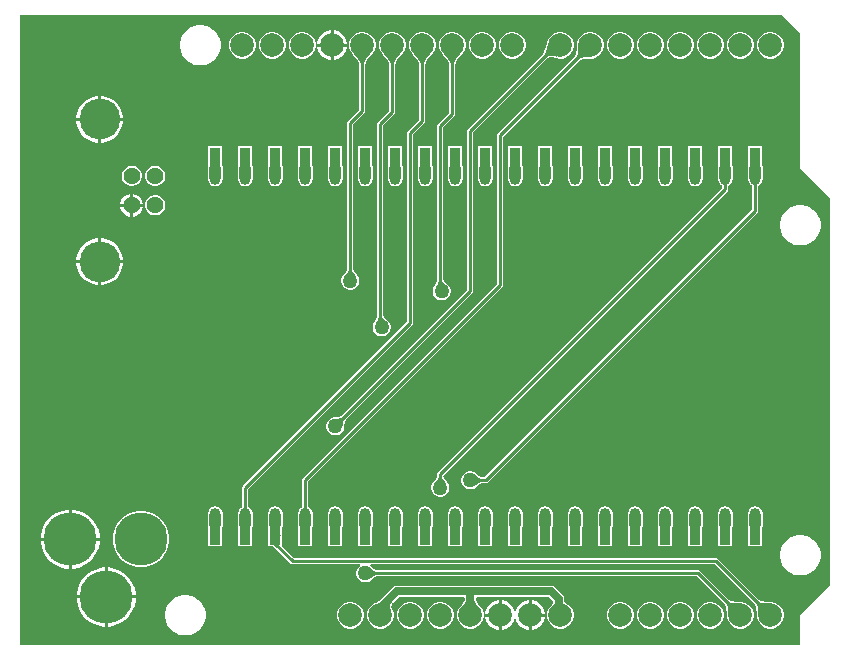
<source format=gbl>
%FSLAX66Y66*%
%MOIN*%
%SFA1B1*%

%IPPOS*%
%ADD12C,0.010000*%
%ADD20C,0.025000*%
%ADD21C,0.078740*%
%ADD22O,0.037400X0.078740*%
%ADD23R,0.035430X0.059060*%
%ADD24C,0.056340*%
%ADD25C,0.135830*%
%ADD26C,0.177170*%
%ADD27C,0.050000*%
%LNesp32-hwe-uno-1*%
%LPD*%
G36*
X2600000Y2040000D02*
Y1590000D01*
X2700000Y1490000*
Y200000*
X2600000Y100000*
Y0*
X0*
Y2100000*
X2540000*
X2600000Y2040000*
G37*
%LNesp32-hwe-uno-2*%
%LPC*%
G36*
X1046500Y2049370D02*
X1045000D01*
Y2005000*
X1089370*
Y2006500*
X1086010Y2019060*
X1079510Y2030310*
X1070310Y2039510*
X1059060Y2046010*
X1046500Y2049370*
G37*
G36*
X1035000D02*
X1033500D01*
X1020940Y2046010*
X1009690Y2039510*
X1000490Y2030310*
X993990Y2019060*
X990630Y2006500*
Y2005000*
X1035000*
Y2049370*
G37*
G36*
X2505840Y2044370D02*
X2494160D01*
X2482870Y2041350*
X2472760Y2035510*
X2464490Y2027240*
X2458650Y2017130*
X2455630Y2005840*
Y1994160*
X2458650Y1982870*
X2464490Y1972760*
X2472760Y1964490*
X2482870Y1958650*
X2494160Y1955630*
X2505840*
X2517130Y1958650*
X2527240Y1964490*
X2535510Y1972760*
X2541350Y1982870*
X2544370Y1994160*
Y2005840*
X2541350Y2017130*
X2535510Y2027240*
X2527240Y2035510*
X2517130Y2041350*
X2505840Y2044370*
G37*
G36*
X2405840D02*
X2394160D01*
X2382870Y2041350*
X2372760Y2035510*
X2364500Y2027240*
X2358650Y2017130*
X2355630Y2005840*
Y1994160*
X2358650Y1982870*
X2364500Y1972760*
X2372760Y1964490*
X2382870Y1958650*
X2394160Y1955630*
X2405840*
X2417130Y1958650*
X2427240Y1964490*
X2435500Y1972760*
X2441350Y1982870*
X2444370Y1994160*
Y2005840*
X2441350Y2017130*
X2435500Y2027240*
X2427240Y2035510*
X2417130Y2041350*
X2405840Y2044370*
G37*
G36*
X2305840D02*
X2294160D01*
X2282870Y2041350*
X2272760Y2035510*
X2264490Y2027240*
X2258650Y2017130*
X2255630Y2005840*
Y1994160*
X2258650Y1982870*
X2264490Y1972760*
X2272760Y1964490*
X2282870Y1958650*
X2294160Y1955630*
X2305840*
X2317130Y1958650*
X2327240Y1964490*
X2335510Y1972760*
X2341350Y1982870*
X2344370Y1994160*
Y2005840*
X2341350Y2017130*
X2335510Y2027240*
X2327240Y2035510*
X2317130Y2041350*
X2305840Y2044370*
G37*
G36*
X2205840D02*
X2194160D01*
X2182870Y2041350*
X2172760Y2035510*
X2164490Y2027240*
X2158650Y2017130*
X2155630Y2005840*
Y1994160*
X2158650Y1982870*
X2164490Y1972760*
X2172760Y1964490*
X2182870Y1958650*
X2194160Y1955630*
X2205840*
X2217130Y1958650*
X2227240Y1964490*
X2235510Y1972760*
X2241350Y1982870*
X2244370Y1994160*
Y2005840*
X2241350Y2017130*
X2235510Y2027240*
X2227240Y2035510*
X2217130Y2041350*
X2205840Y2044370*
G37*
G36*
X2105840D02*
X2094160D01*
X2082870Y2041350*
X2072760Y2035510*
X2064500Y2027240*
X2058650Y2017130*
X2055630Y2005840*
Y1994160*
X2058650Y1982870*
X2064500Y1972760*
X2072760Y1964490*
X2082870Y1958650*
X2094160Y1955630*
X2105840*
X2117130Y1958650*
X2127240Y1964490*
X2135500Y1972760*
X2141350Y1982870*
X2144370Y1994160*
Y2005840*
X2141350Y2017130*
X2135500Y2027240*
X2127240Y2035510*
X2117130Y2041350*
X2105840Y2044370*
G37*
G36*
X2005840D02*
X1994160D01*
X1982870Y2041350*
X1972760Y2035510*
X1964490Y2027240*
X1958650Y2017130*
X1955630Y2005840*
Y1994160*
X1958650Y1982870*
X1964490Y1972760*
X1972760Y1964490*
X1982870Y1958650*
X1994160Y1955630*
X2005840*
X2017130Y1958650*
X2027240Y1964490*
X2035510Y1972760*
X2041350Y1982870*
X2044370Y1994160*
Y2005840*
X2041350Y2017130*
X2035510Y2027240*
X2027240Y2035510*
X2017130Y2041350*
X2005840Y2044370*
G37*
G36*
X1805840D02*
X1794160D01*
X1782870Y2041350*
X1772760Y2035510*
X1764500Y2027240*
X1758650Y2017130*
X1757420Y2012510*
X1756770Y2011680*
Y2011670*
X1756760Y2011660*
X1754900Y2004870*
X1749780Y1988140*
X1746830Y1980130*
X1745550Y1977170*
X1744390Y1974880*
X1743450Y1973350*
X1742510Y1972200*
X1742400Y1971820*
X1492790Y1722210*
X1490580Y1718900*
X1489800Y1715000*
Y1184220*
X1071260Y765680*
X1070820Y765530*
X1069640Y764490*
X1068510Y763730*
X1067140Y763000*
X1065520Y762340*
X1063630Y761760*
X1061480Y761260*
X1059130Y760890*
X1053410Y760440*
X1050200Y760410*
X1049230Y760000*
X1046050*
X1038420Y757960*
X1031580Y754010*
X1025990Y748420*
X1022040Y741580*
X1020000Y733950*
Y726050*
X1022040Y718420*
X1025990Y711580*
X1031580Y705990*
X1038420Y702040*
X1046050Y700000*
X1053950*
X1061580Y702040*
X1068420Y705990*
X1074010Y711580*
X1077960Y718420*
X1080000Y726050*
Y729180*
X1080410Y730080*
X1080610Y736450*
X1080870Y739060*
X1081260Y741480*
X1081760Y743630*
X1082340Y745520*
X1083000Y747140*
X1083730Y748510*
X1084490Y749640*
X1085530Y750820*
X1085680Y751260*
X1507210Y1172790*
X1509420Y1176100*
X1510200Y1180000*
Y1710780*
X1754400Y1954980*
X1754420*
X1754490Y1955070*
X1754860Y1955440*
X1755270Y1955570*
X1757150Y1957160*
X1758970Y1958240*
X1761120Y1959100*
X1763660Y1959720*
X1766620Y1960080*
X1769990Y1960140*
X1773780Y1959870*
X1777970Y1959260*
X1782550Y1958310*
X1787630Y1956960*
X1788670Y1957100*
X1794160Y1955630*
X1805840*
X1817130Y1958650*
X1827240Y1964490*
X1835510Y1972760*
X1841350Y1982870*
X1844370Y1994160*
Y2005840*
X1841350Y2017130*
X1835510Y2027240*
X1827240Y2035510*
X1817130Y2041350*
X1805840Y2044370*
G37*
G36*
X1645840D02*
X1634160D01*
X1622870Y2041350*
X1612760Y2035510*
X1604500Y2027240*
X1598650Y2017130*
X1595630Y2005840*
Y1994160*
X1598650Y1982870*
X1604500Y1972760*
X1612760Y1964490*
X1622870Y1958650*
X1634160Y1955630*
X1645840*
X1657130Y1958650*
X1667240Y1964490*
X1675510Y1972760*
X1681350Y1982870*
X1684370Y1994160*
Y2005840*
X1681350Y2017130*
X1675510Y2027240*
X1667240Y2035510*
X1657130Y2041350*
X1645840Y2044370*
G37*
G36*
X1545840D02*
X1534160D01*
X1522870Y2041350*
X1512760Y2035510*
X1504500Y2027240*
X1498650Y2017130*
X1495630Y2005840*
Y1994160*
X1498650Y1982870*
X1504500Y1972760*
X1512760Y1964490*
X1522870Y1958650*
X1534160Y1955630*
X1545840*
X1557130Y1958650*
X1567240Y1964490*
X1575510Y1972760*
X1581350Y1982870*
X1584370Y1994160*
Y2005840*
X1581350Y2017130*
X1575510Y2027240*
X1567240Y2035510*
X1557130Y2041350*
X1545840Y2044370*
G37*
G36*
X945840D02*
X934160D01*
X922870Y2041350*
X912760Y2035510*
X904500Y2027240*
X898650Y2017130*
X895630Y2005840*
Y1994160*
X898650Y1982870*
X904500Y1972760*
X912760Y1964490*
X922870Y1958650*
X934160Y1955630*
X945840*
X957130Y1958650*
X967240Y1964490*
X975500Y1972760*
X981350Y1982870*
X984370Y1994160*
Y2005840*
X981350Y2017130*
X975500Y2027240*
X967240Y2035510*
X957130Y2041350*
X945840Y2044370*
G37*
G36*
X845840D02*
X834160D01*
X822870Y2041350*
X812760Y2035510*
X804490Y2027240*
X798650Y2017130*
X795630Y2005840*
Y1994160*
X798650Y1982870*
X804490Y1972760*
X812760Y1964490*
X822870Y1958650*
X834160Y1955630*
X845840*
X857130Y1958650*
X867240Y1964490*
X875500Y1972760*
X881350Y1982870*
X884370Y1994160*
Y2005840*
X881350Y2017130*
X875500Y2027240*
X867240Y2035510*
X857130Y2041350*
X845840Y2044370*
G37*
G36*
X745840D02*
X734160D01*
X722870Y2041350*
X712760Y2035510*
X704500Y2027240*
X698650Y2017130*
X695630Y2005840*
Y1994160*
X698650Y1982870*
X704500Y1972760*
X712760Y1964490*
X722870Y1958650*
X734160Y1955630*
X745840*
X757130Y1958650*
X767240Y1964490*
X775510Y1972760*
X781350Y1982870*
X784370Y1994160*
Y2005840*
X781350Y2017130*
X775510Y2027240*
X767240Y2035510*
X757130Y2041350*
X745840Y2044370*
G37*
G36*
X1089370Y1995000D02*
X1045000D01*
Y1950630*
X1046500*
X1059060Y1953990*
X1070310Y1960490*
X1079510Y1969690*
X1086010Y1980940*
X1089370Y1993500*
Y1995000*
G37*
G36*
X1035000D02*
X990630D01*
Y1993500*
X993990Y1980940*
X1000490Y1969690*
X1009690Y1960490*
X1020940Y1953990*
X1033500Y1950630*
X1035000*
Y1995000*
G37*
G36*
X606650Y2067500D02*
X593350D01*
X580310Y2064910*
X568030Y2059820*
X556970Y2052430*
X547570Y2043030*
X540180Y2031970*
X535090Y2019690*
X532500Y2006650*
Y1993350*
X535090Y1980310*
X540180Y1968030*
X547570Y1956970*
X556970Y1947570*
X568030Y1940180*
X580310Y1935090*
X593350Y1932500*
X606650*
X619690Y1935090*
X631970Y1940180*
X643030Y1947570*
X652430Y1956970*
X659820Y1968030*
X664910Y1980310*
X667500Y1993350*
Y2006650*
X664910Y2019690*
X659820Y2031970*
X652430Y2043030*
X643030Y2052430*
X631970Y2059820*
X619690Y2064910*
X606650Y2067500*
G37*
G36*
X272240Y1830710D02*
X269570D01*
Y1757790*
X342480*
Y1760470*
X339490Y1775520*
X333610Y1789700*
X325090Y1802460*
X314230Y1813320*
X301470Y1821840*
X287290Y1827720*
X272240Y1830710*
G37*
G36*
X259570D02*
X256890D01*
X241840Y1827720*
X227660Y1821840*
X214900Y1813320*
X204050Y1802460*
X195520Y1789700*
X189650Y1775520*
X186650Y1760470*
Y1757790*
X259570*
Y1830710*
G37*
G36*
X342480Y1747790D02*
X269570D01*
Y1674880*
X272240*
X287290Y1677880*
X301470Y1683750*
X314230Y1692280*
X325090Y1703130*
X333610Y1715890*
X339490Y1730070*
X342480Y1745120*
Y1747790*
G37*
G36*
X259570D02*
X186650D01*
Y1745120*
X189650Y1730070*
X195520Y1715890*
X204050Y1703130*
X214900Y1692280*
X227660Y1683750*
X241840Y1677880*
X256890Y1674880*
X259570*
Y1747790*
G37*
G36*
X454370Y1598170D02*
X445630D01*
X437200Y1595910*
X429630Y1591540*
X423460Y1585370*
X419090Y1577800*
X416830Y1569370*
Y1560630*
X419090Y1552200*
X423460Y1544630*
X429630Y1538460*
X437200Y1534090*
X445630Y1531830*
X454370*
X462800Y1534090*
X470370Y1538460*
X476540Y1544630*
X480910Y1552200*
X483170Y1560630*
Y1569370*
X480910Y1577800*
X476540Y1585370*
X470370Y1591540*
X462800Y1595910*
X454370Y1598170*
G37*
G36*
X375630D02*
X366890D01*
X358460Y1595910*
X350890Y1591540*
X344720Y1585370*
X340350Y1577800*
X338090Y1569370*
Y1560630*
X340350Y1552200*
X344720Y1544630*
X350890Y1538460*
X358460Y1534090*
X366890Y1531830*
X375630*
X384060Y1534090*
X391630Y1538460*
X397800Y1544630*
X402170Y1552200*
X404430Y1560630*
Y1569370*
X402170Y1577800*
X397800Y1585370*
X391630Y1591540*
X384060Y1595910*
X375630Y1598170*
G37*
G36*
X2272720Y1662480D02*
X2227280D01*
Y1602750*
X2225840Y1595470*
Y1554130*
X2227670Y1544890*
X2232910Y1537050*
X2240750Y1531810*
X2250000Y1529970*
X2259250Y1531810*
X2267090Y1537050*
X2272330Y1544890*
X2274160Y1554130*
Y1595470*
X2272720Y1602750*
Y1662480*
G37*
G36*
X2172720D02*
X2127280D01*
Y1602750*
X2125830Y1595470*
Y1554130*
X2127670Y1544890*
X2132910Y1537050*
X2140750Y1531810*
X2150000Y1529970*
X2159250Y1531810*
X2167090Y1537050*
X2172330Y1544890*
X2174170Y1554130*
Y1595470*
X2172720Y1602750*
Y1662480*
G37*
G36*
X2072720D02*
X2027280D01*
Y1602750*
X2025840Y1595470*
Y1554130*
X2027670Y1544890*
X2032910Y1537050*
X2040750Y1531810*
X2050000Y1529970*
X2059250Y1531810*
X2067090Y1537050*
X2072330Y1544890*
X2074170Y1554130*
Y1595470*
X2072720Y1602750*
Y1662480*
G37*
G36*
X1972720D02*
X1927280D01*
Y1602750*
X1925840Y1595470*
Y1554130*
X1927670Y1544890*
X1932910Y1537050*
X1940750Y1531810*
X1950000Y1529970*
X1959250Y1531810*
X1967090Y1537050*
X1972330Y1544890*
X1974160Y1554130*
Y1595470*
X1972720Y1602750*
Y1662480*
G37*
G36*
X1872720D02*
X1827280D01*
Y1602750*
X1825830Y1595470*
Y1554130*
X1827670Y1544890*
X1832910Y1537050*
X1840750Y1531810*
X1850000Y1529970*
X1859250Y1531810*
X1867090Y1537050*
X1872330Y1544890*
X1874170Y1554130*
Y1595470*
X1872720Y1602750*
Y1662480*
G37*
G36*
X1772720D02*
X1727280D01*
Y1602750*
X1725830Y1595470*
Y1554130*
X1727670Y1544890*
X1732910Y1537050*
X1740750Y1531810*
X1750000Y1529970*
X1759250Y1531810*
X1767090Y1537050*
X1772330Y1544890*
X1774170Y1554130*
Y1595470*
X1772720Y1602750*
Y1662480*
G37*
G36*
X1672720D02*
X1627280D01*
Y1602750*
X1625830Y1595470*
Y1554130*
X1627670Y1544890*
X1632910Y1537050*
X1640750Y1531810*
X1650000Y1529970*
X1659250Y1531810*
X1667090Y1537050*
X1672330Y1544890*
X1674170Y1554130*
Y1595470*
X1672720Y1602750*
Y1662480*
G37*
G36*
X1572720D02*
X1527280D01*
Y1602750*
X1525840Y1595470*
Y1554130*
X1527670Y1544890*
X1532910Y1537050*
X1540750Y1531810*
X1550000Y1529970*
X1559250Y1531810*
X1567090Y1537050*
X1572330Y1544890*
X1574160Y1554130*
Y1595470*
X1572720Y1602750*
Y1662480*
G37*
G36*
X1472720D02*
X1427280D01*
Y1602750*
X1425840Y1595470*
Y1554130*
X1427670Y1544890*
X1432910Y1537050*
X1440750Y1531810*
X1450000Y1529970*
X1459250Y1531810*
X1467090Y1537050*
X1472330Y1544890*
X1474160Y1554130*
Y1595470*
X1472720Y1602750*
Y1662480*
G37*
G36*
X1372720D02*
X1327280D01*
Y1602750*
X1325830Y1595470*
Y1554130*
X1327670Y1544890*
X1332910Y1537050*
X1340750Y1531810*
X1350000Y1529970*
X1359250Y1531810*
X1367090Y1537050*
X1372330Y1544890*
X1374170Y1554130*
Y1595470*
X1372720Y1602750*
Y1662480*
G37*
G36*
X1272720D02*
X1227280D01*
Y1602750*
X1225830Y1595470*
Y1554130*
X1227670Y1544890*
X1232910Y1537050*
X1240750Y1531810*
X1250000Y1529970*
X1259250Y1531810*
X1267090Y1537050*
X1272330Y1544890*
X1274170Y1554130*
Y1595470*
X1272720Y1602750*
Y1662480*
G37*
G36*
X1172720D02*
X1127280D01*
Y1602750*
X1125830Y1595470*
Y1554130*
X1127670Y1544890*
X1132910Y1537050*
X1140750Y1531810*
X1150000Y1529970*
X1159250Y1531810*
X1167090Y1537050*
X1172330Y1544890*
X1174170Y1554130*
Y1595470*
X1172720Y1602750*
Y1662480*
G37*
G36*
X1072720D02*
X1027280D01*
Y1602750*
X1025840Y1595470*
Y1554130*
X1027670Y1544890*
X1032910Y1537050*
X1040750Y1531810*
X1050000Y1529970*
X1059250Y1531810*
X1067090Y1537050*
X1072330Y1544890*
X1074160Y1554130*
Y1595470*
X1072720Y1602750*
Y1662480*
G37*
G36*
X972720D02*
X927280D01*
Y1602750*
X925840Y1595470*
Y1554130*
X927670Y1544890*
X932910Y1537050*
X940750Y1531810*
X950000Y1529970*
X959250Y1531810*
X967090Y1537050*
X972330Y1544890*
X974170Y1554130*
Y1595470*
X972720Y1602750*
Y1662480*
G37*
G36*
X872720D02*
X827280D01*
Y1602750*
X825830Y1595470*
Y1554130*
X827670Y1544890*
X832910Y1537050*
X840750Y1531810*
X850000Y1529970*
X859250Y1531810*
X867090Y1537050*
X872330Y1544890*
X874160Y1554130*
Y1595470*
X872720Y1602750*
Y1662480*
G37*
G36*
X772720D02*
X727280D01*
Y1602750*
X725840Y1595470*
Y1554130*
X727670Y1544890*
X732910Y1537050*
X740750Y1531810*
X750000Y1529970*
X759250Y1531810*
X767090Y1537050*
X772330Y1544890*
X774160Y1554130*
Y1595470*
X772720Y1602750*
Y1662480*
G37*
G36*
X672720D02*
X627280D01*
Y1602750*
X625840Y1595470*
Y1554130*
X627670Y1544890*
X632910Y1537050*
X640750Y1531810*
X650000Y1529970*
X659250Y1531810*
X667090Y1537050*
X672330Y1544890*
X674170Y1554130*
Y1595470*
X672720Y1602750*
Y1662480*
G37*
G36*
X376280Y1504740D02*
X376260D01*
Y1471580*
X409430*
Y1471600*
X406830Y1481310*
X401800Y1490010*
X394700Y1497120*
X385990Y1502140*
X376280Y1504740*
G37*
G36*
X366260D02*
X366230D01*
X356530Y1502140*
X347820Y1497120*
X340720Y1490010*
X335690Y1481310*
X333090Y1471600*
Y1471580*
X366260*
Y1504740*
G37*
G36*
X454370Y1499740D02*
X445630D01*
X437200Y1497480*
X429630Y1493120*
X423460Y1486940*
X419090Y1479380*
X416830Y1470940*
Y1462210*
X419090Y1453770*
X423460Y1446210*
X429630Y1440030*
X437200Y1435670*
X445630Y1433410*
X454370*
X462800Y1435670*
X470370Y1440030*
X476540Y1446210*
X480910Y1453770*
X483170Y1462210*
Y1470940*
X480910Y1479380*
X476540Y1486940*
X470370Y1493120*
X462800Y1497480*
X454370Y1499740*
G37*
G36*
X409430Y1461580D02*
X376260D01*
Y1428410*
X376280*
X385990Y1431010*
X394700Y1436030*
X401800Y1443140*
X406830Y1451840*
X409430Y1461550*
Y1461580*
G37*
G36*
X366260D02*
X333090D01*
Y1461550*
X335690Y1451840*
X340720Y1443140*
X347820Y1436030*
X356530Y1431010*
X366230Y1428410*
X366260*
Y1461580*
G37*
G36*
X2606650Y1467500D02*
X2593350D01*
X2580310Y1464910*
X2568030Y1459820*
X2556970Y1452430*
X2547570Y1443030*
X2540180Y1431970*
X2535090Y1419690*
X2532500Y1406650*
Y1393350*
X2535090Y1380310*
X2540180Y1368030*
X2547570Y1356970*
X2556970Y1347570*
X2568030Y1340180*
X2580310Y1335090*
X2593350Y1332500*
X2606650*
X2619690Y1335090*
X2631970Y1340180*
X2643030Y1347570*
X2652430Y1356970*
X2659820Y1368030*
X2664910Y1380310*
X2667500Y1393350*
Y1406650*
X2664910Y1419690*
X2659820Y1431970*
X2652430Y1443030*
X2643030Y1452430*
X2631970Y1459820*
X2619690Y1464910*
X2606650Y1467500*
G37*
G36*
X272240Y1356690D02*
X269570D01*
Y1283780*
X342480*
Y1286450*
X339490Y1301510*
X333610Y1315690*
X325090Y1328450*
X314230Y1339300*
X301470Y1347830*
X287290Y1353700*
X272240Y1356690*
G37*
G36*
X259570D02*
X256890D01*
X241840Y1353700*
X227660Y1347830*
X214900Y1339300*
X204050Y1328450*
X195520Y1315690*
X189650Y1301510*
X186650Y1286450*
Y1283780*
X259570*
Y1356690*
G37*
G36*
X342480Y1273780D02*
X269570D01*
Y1200870*
X272240*
X287290Y1203860*
X301470Y1209730*
X314230Y1218260*
X325090Y1229110*
X333610Y1241870*
X339490Y1256050*
X342480Y1271110*
Y1273780*
G37*
G36*
X259570D02*
X186650D01*
Y1271110*
X189650Y1256050*
X195520Y1241870*
X204050Y1229110*
X214900Y1218260*
X227660Y1209730*
X241840Y1203860*
X256890Y1200870*
X259570*
Y1273780*
G37*
G36*
X1145840Y2044370D02*
X1134160D01*
X1122870Y2041350*
X1112760Y2035510*
X1104500Y2027240*
X1098650Y2017130*
X1095630Y2005840*
Y1994160*
X1098650Y1982870*
X1104500Y1972760*
X1108200Y1969060*
X1108600Y1968080*
X1112780Y1963850*
X1119790Y1956010*
X1122530Y1952520*
X1124820Y1949240*
X1126640Y1946220*
X1128010Y1943490*
X1128920Y1941080*
X1129420Y1939030*
X1129610Y1936860*
X1129800Y1936480*
Y1784920*
X1092790Y1747910*
X1090580Y1744600*
X1089800Y1740700*
Y1255260*
X1089600Y1254850*
X1089500Y1253280*
X1089240Y1251940*
X1088780Y1250460*
X1088100Y1248840*
X1087180Y1247090*
X1086010Y1245220*
X1084620Y1243300*
X1080880Y1238930*
X1078640Y1236640*
X1078240Y1235670*
X1075990Y1233420*
X1072040Y1226580*
X1070000Y1218950*
Y1211050*
X1072040Y1203420*
X1075990Y1196580*
X1081580Y1190990*
X1088420Y1187040*
X1096050Y1185000*
X1103950*
X1111580Y1187040*
X1118420Y1190990*
X1124010Y1196580*
X1127960Y1203420*
X1130000Y1211050*
Y1218950*
X1127960Y1226580*
X1124010Y1233420*
X1121800Y1235630*
X1121440Y1236560*
X1117080Y1241200*
X1115420Y1243240*
X1113990Y1245220*
X1112820Y1247090*
X1111900Y1248840*
X1111220Y1250460*
X1110760Y1251940*
X1110500Y1253280*
X1110400Y1254850*
X1110200Y1255260*
Y1736480*
X1147210Y1773490*
X1149420Y1776800*
X1150200Y1780700*
Y1936480*
X1150390Y1936860*
X1150580Y1939030*
X1151080Y1941080*
X1151990Y1943490*
X1153360Y1946220*
X1155180Y1949240*
X1157400Y1952420*
X1167250Y1963890*
X1171400Y1968080*
X1171810Y1969060*
X1175510Y1972760*
X1181350Y1982870*
X1184370Y1994160*
Y2005840*
X1181350Y2017130*
X1175510Y2027240*
X1167240Y2035510*
X1157130Y2041350*
X1145840Y2044370*
G37*
G36*
X1445840D02*
X1434160D01*
X1422870Y2041350*
X1412760Y2035510*
X1404500Y2027240*
X1398650Y2017130*
X1395630Y2005840*
Y1994160*
X1398650Y1982870*
X1404500Y1972760*
X1408200Y1969060*
X1408600Y1968080*
X1412790Y1963850*
X1419790Y1956010*
X1422530Y1952520*
X1424820Y1949240*
X1426650Y1946220*
X1428010Y1943490*
X1428920Y1941080*
X1429420Y1939030*
X1429610Y1936860*
X1429800Y1936480*
Y1774220*
X1392790Y1737210*
X1390580Y1733900*
X1389800Y1730000*
Y1218670*
X1389600Y1218260*
X1389510Y1216860*
X1389280Y1215550*
X1388880Y1214050*
X1387340Y1210040*
X1386350Y1207960*
X1381710Y1199930*
X1379760Y1196970*
X1379570Y1195950*
X1377040Y1191580*
X1375000Y1183950*
Y1176050*
X1377040Y1168420*
X1380990Y1161580*
X1386580Y1155990*
X1393420Y1152040*
X1401050Y1150000*
X1408950*
X1416580Y1152040*
X1423420Y1155990*
X1429010Y1161580*
X1432960Y1168420*
X1435000Y1176050*
Y1183950*
X1432960Y1191580*
X1429010Y1198420*
X1423420Y1204010*
X1422080Y1204780*
X1421640Y1205450*
X1419190Y1207130*
X1417160Y1208710*
X1415430Y1210280*
X1413980Y1211800*
X1412810Y1213280*
X1411900Y1214700*
X1411230Y1216070*
X1410780Y1217390*
X1410510Y1218690*
X1410400Y1220360*
X1410220Y1220720*
X1410300Y1221110*
X1410200Y1221250*
Y1725780*
X1447210Y1762790*
X1449420Y1766100*
X1450200Y1770000*
Y1936480*
X1450390Y1936860*
X1450580Y1939030*
X1451080Y1941080*
X1451990Y1943490*
X1453350Y1946220*
X1455180Y1949240*
X1457400Y1952420*
X1467250Y1963890*
X1471400Y1968080*
X1471800Y1969060*
X1475500Y1972760*
X1481350Y1982870*
X1484370Y1994160*
Y2005840*
X1481350Y2017130*
X1475500Y2027240*
X1467240Y2035510*
X1457130Y2041350*
X1445840Y2044370*
G37*
G36*
X1245840D02*
X1234160D01*
X1222870Y2041350*
X1212760Y2035510*
X1204490Y2027240*
X1198650Y2017130*
X1195630Y2005840*
Y1994160*
X1198650Y1982870*
X1204490Y1972760*
X1208200Y1969060*
X1208600Y1968080*
X1212790Y1963850*
X1219790Y1956010*
X1222530Y1952520*
X1224820Y1949240*
X1226640Y1946220*
X1228010Y1943490*
X1228920Y1941080*
X1229420Y1939030*
X1229610Y1936860*
X1229800Y1936480*
Y1782420*
X1192790Y1745410*
X1190580Y1742100*
X1189800Y1738200*
Y1098670*
X1189600Y1098260*
X1189510Y1096860*
X1189280Y1095550*
X1188880Y1094050*
X1187340Y1090040*
X1186350Y1087960*
X1181710Y1079930*
X1179760Y1076970*
X1179570Y1075950*
X1177040Y1071580*
X1175000Y1063950*
Y1056050*
X1177040Y1048420*
X1180990Y1041580*
X1186580Y1035990*
X1193420Y1032040*
X1201050Y1030000*
X1208950*
X1216580Y1032040*
X1223420Y1035990*
X1229010Y1041580*
X1232960Y1048420*
X1235000Y1056050*
Y1063950*
X1232960Y1071580*
X1229010Y1078420*
X1223420Y1084010*
X1222080Y1084780*
X1221640Y1085450*
X1219190Y1087130*
X1217160Y1088710*
X1215430Y1090280*
X1213980Y1091800*
X1212810Y1093280*
X1211900Y1094700*
X1211230Y1096070*
X1210780Y1097390*
X1210510Y1098690*
X1210400Y1100360*
X1210220Y1100720*
X1210300Y1101110*
X1210200Y1101260*
Y1733980*
X1247210Y1770990*
X1249420Y1774300*
X1250200Y1778200*
Y1936480*
X1250390Y1936860*
X1250580Y1939030*
X1251080Y1941080*
X1251990Y1943490*
X1253360Y1946220*
X1255180Y1949240*
X1257400Y1952420*
X1267250Y1963890*
X1271400Y1968080*
X1271810Y1969060*
X1275500Y1972760*
X1281350Y1982870*
X1284370Y1994160*
Y2005840*
X1281350Y2017130*
X1275500Y2027240*
X1267240Y2035510*
X1257130Y2041350*
X1245840Y2044370*
G37*
G36*
X2472720Y1662480D02*
X2427280D01*
Y1602750*
X2425830Y1595470*
Y1554130*
X2427670Y1544890*
X2432910Y1537050*
X2436150Y1534880*
X2436250Y1534650*
X2436890Y1534390*
X2438820Y1533100*
X2438980Y1532610*
X2439200Y1531570*
X2439540Y1528120*
X2439590Y1525980*
X2439800Y1525490*
Y1452560*
X1547440Y560200*
X1540260*
X1539850Y560400*
X1538280Y560500*
X1536940Y560760*
X1535460Y561220*
X1533840Y561900*
X1532090Y562820*
X1530220Y563990*
X1528300Y565380*
X1523930Y569120*
X1521640Y571360*
X1520670Y571760*
X1518420Y574010*
X1511580Y577960*
X1503950Y580000*
X1496050*
X1488420Y577960*
X1481580Y574010*
X1475990Y568420*
X1472040Y561580*
X1470000Y553950*
Y546050*
X1472040Y538420*
X1475990Y531580*
X1481580Y525990*
X1488420Y522040*
X1496050Y520000*
X1503950*
X1511580Y522040*
X1518420Y525990*
X1520630Y528200*
X1521560Y528560*
X1526200Y532920*
X1528240Y534580*
X1530220Y536010*
X1532090Y537180*
X1533840Y538100*
X1535460Y538780*
X1536940Y539240*
X1538280Y539500*
X1539850Y539600*
X1540260Y539800*
X1551660*
X1555560Y540580*
X1558870Y542790*
X2457210Y1441130*
X2459420Y1444440*
X2460200Y1448340*
Y1525490*
X2460410Y1525980*
X2460460Y1528200*
X2460580Y1530010*
X2460780Y1531490*
X2461020Y1532610*
X2461180Y1533100*
X2463110Y1534390*
X2463750Y1534650*
X2463850Y1534880*
X2467090Y1537050*
X2472330Y1544890*
X2474160Y1554130*
Y1595470*
X2472720Y1602750*
Y1662480*
G37*
G36*
X2372720D02*
X2327280D01*
Y1602750*
X2325830Y1595470*
Y1554130*
X2327670Y1544890*
X2332910Y1537050*
X2336150Y1534880*
X2336250Y1534650*
X2336890Y1534390*
X2338820Y1533100*
X2338980Y1532610*
X2339200Y1531570*
X2339540Y1528120*
X2339590Y1525980*
X2339800Y1525490*
Y1523550*
X1392790Y576540*
X1390580Y573230*
X1389800Y569330*
Y565260*
X1389600Y564850*
X1389500Y563270*
X1389240Y561940*
X1388780Y560460*
X1388100Y558840*
X1387180Y557090*
X1386010Y555220*
X1384620Y553300*
X1380880Y548930*
X1378640Y546640*
X1378240Y545670*
X1375990Y543420*
X1372040Y536580*
X1370000Y528950*
Y521050*
X1372040Y513420*
X1375990Y506580*
X1381580Y500990*
X1388420Y497040*
X1396050Y495000*
X1403950*
X1411580Y497040*
X1418420Y500990*
X1424010Y506580*
X1427960Y513420*
X1430000Y521050*
Y528950*
X1427960Y536580*
X1424010Y543420*
X1421800Y545630*
X1421440Y546560*
X1417080Y551200*
X1415420Y553240*
X1413990Y555220*
X1412820Y557090*
X1411900Y558840*
X1411220Y560460*
X1410760Y561940*
X1410500Y563270*
X1410400Y564850*
X1410250Y565160*
X2357210Y1512120*
X2359420Y1515430*
X2360200Y1519330*
Y1525490*
X2360410Y1525980*
X2360460Y1528200*
X2360580Y1530010*
X2360780Y1531490*
X2361020Y1532610*
X2361180Y1533100*
X2363110Y1534390*
X2363750Y1534650*
X2363850Y1534880*
X2367090Y1537050*
X2372330Y1544890*
X2374170Y1554130*
Y1595470*
X2372720Y1602750*
Y1662480*
G37*
G36*
X176250Y452320D02*
X171540D01*
Y358740*
X265120*
Y363450*
X261330Y382500*
X253900Y400440*
X243110Y416580*
X229380Y430310*
X213230Y441100*
X195290Y448530*
X176250Y452320*
G37*
G36*
X161530D02*
X156830D01*
X137780Y448530*
X119840Y441100*
X103690Y430310*
X89960Y416580*
X79170Y400440*
X71740Y382500*
X67950Y363450*
Y358740*
X161530*
Y452320*
G37*
G36*
X2450000Y463500D02*
X2440750Y461660D01*
X2432910Y456420*
X2427670Y448580*
X2425830Y439330*
Y397990*
X2427280Y390710*
Y330980*
X2472720*
Y390710*
X2474160Y397990*
Y439330*
X2472330Y448580*
X2467090Y456420*
X2459250Y461660*
X2450000Y463500*
G37*
G36*
X2350000D02*
X2340750Y461660D01*
X2332910Y456420*
X2327670Y448580*
X2325830Y439330*
Y397990*
X2327280Y390710*
Y330980*
X2372720*
Y390710*
X2374170Y397990*
Y439330*
X2372330Y448580*
X2367090Y456420*
X2359250Y461660*
X2350000Y463500*
G37*
G36*
X2250000D02*
X2240750Y461660D01*
X2232910Y456420*
X2227670Y448580*
X2225840Y439330*
Y397990*
X2227280Y390710*
Y330980*
X2272720*
Y390710*
X2274160Y397990*
Y439330*
X2272330Y448580*
X2267090Y456420*
X2259250Y461660*
X2250000Y463500*
G37*
G36*
X2150000D02*
X2140750Y461660D01*
X2132910Y456420*
X2127670Y448580*
X2125830Y439330*
Y397990*
X2127280Y390710*
Y330980*
X2172720*
Y390710*
X2174170Y397990*
Y439330*
X2172330Y448580*
X2167090Y456420*
X2159250Y461660*
X2150000Y463500*
G37*
G36*
X2050000D02*
X2040750Y461660D01*
X2032910Y456420*
X2027670Y448580*
X2025840Y439330*
Y397990*
X2027280Y390710*
Y330980*
X2072720*
Y390710*
X2074170Y397990*
Y439330*
X2072330Y448580*
X2067090Y456420*
X2059250Y461660*
X2050000Y463500*
G37*
G36*
X1950000D02*
X1940750Y461660D01*
X1932910Y456420*
X1927670Y448580*
X1925840Y439330*
Y397990*
X1927280Y390710*
Y330980*
X1972720*
Y390710*
X1974160Y397990*
Y439330*
X1972330Y448580*
X1967090Y456420*
X1959250Y461660*
X1950000Y463500*
G37*
G36*
X1850000D02*
X1840750Y461660D01*
X1832910Y456420*
X1827670Y448580*
X1825830Y439330*
Y397990*
X1827280Y390710*
Y330980*
X1872720*
Y390710*
X1874170Y397990*
Y439330*
X1872330Y448580*
X1867090Y456420*
X1859250Y461660*
X1850000Y463500*
G37*
G36*
X1750000D02*
X1740750Y461660D01*
X1732910Y456420*
X1727670Y448580*
X1725830Y439330*
Y397990*
X1727280Y390710*
Y330980*
X1772720*
Y390710*
X1774170Y397990*
Y439330*
X1772330Y448580*
X1767090Y456420*
X1759250Y461660*
X1750000Y463500*
G37*
G36*
X1650000D02*
X1640750Y461660D01*
X1632910Y456420*
X1627670Y448580*
X1625830Y439330*
Y397990*
X1627280Y390710*
Y330980*
X1672720*
Y390710*
X1674170Y397990*
Y439330*
X1672330Y448580*
X1667090Y456420*
X1659250Y461660*
X1650000Y463500*
G37*
G36*
X1550000D02*
X1540750Y461660D01*
X1532910Y456420*
X1527670Y448580*
X1525840Y439330*
Y397990*
X1527280Y390710*
Y330980*
X1572720*
Y390710*
X1574160Y397990*
Y439330*
X1572330Y448580*
X1567090Y456420*
X1559250Y461660*
X1550000Y463500*
G37*
G36*
X1450000D02*
X1440750Y461660D01*
X1432910Y456420*
X1427670Y448580*
X1425840Y439330*
Y397990*
X1427280Y390710*
Y330980*
X1472720*
Y390710*
X1474160Y397990*
Y439330*
X1472330Y448580*
X1467090Y456420*
X1459250Y461660*
X1450000Y463500*
G37*
G36*
X1350000D02*
X1340750Y461660D01*
X1332910Y456420*
X1327670Y448580*
X1325830Y439330*
Y397990*
X1327280Y390710*
Y330980*
X1372720*
Y390710*
X1374170Y397990*
Y439330*
X1372330Y448580*
X1367090Y456420*
X1359250Y461660*
X1350000Y463500*
G37*
G36*
X1250000D02*
X1240750Y461660D01*
X1232910Y456420*
X1227670Y448580*
X1225830Y439330*
Y397990*
X1227280Y390710*
Y330980*
X1272720*
Y390710*
X1274170Y397990*
Y439330*
X1272330Y448580*
X1267090Y456420*
X1259250Y461660*
X1250000Y463500*
G37*
G36*
X1150000D02*
X1140750Y461660D01*
X1132910Y456420*
X1127670Y448580*
X1125830Y439330*
Y397990*
X1127280Y390710*
Y330980*
X1172720*
Y390710*
X1174170Y397990*
Y439330*
X1172330Y448580*
X1167090Y456420*
X1159250Y461660*
X1150000Y463500*
G37*
G36*
X1050000D02*
X1040750Y461660D01*
X1032910Y456420*
X1027670Y448580*
X1025840Y439330*
Y397990*
X1027280Y390710*
Y330980*
X1072720*
Y390710*
X1074160Y397990*
Y439330*
X1072330Y448580*
X1067090Y456420*
X1059250Y461660*
X1050000Y463500*
G37*
G36*
X1905840Y2044370D02*
X1894160D01*
X1882870Y2041350*
X1872760Y2035510*
X1864500Y2027240*
X1858650Y2017130*
X1855630Y2005840*
Y2000610*
X1855220Y1999630*
Y1999610*
X1855190Y1993680*
X1854610Y1983180*
X1854070Y1978780*
X1853370Y1974840*
X1852530Y1971410*
X1851560Y1968520*
X1850500Y1966180*
X1849410Y1964370*
X1848000Y1962700*
X1847870Y1962290*
X1592790Y1707210*
X1590580Y1703900*
X1589800Y1700000*
Y1204220*
X942790Y557210*
X940580Y553900*
X939800Y550000*
Y467970*
X939590Y467490*
X939540Y465260*
X939420Y463460*
X939220Y461980*
X938980Y460850*
X938820Y460370*
X936890Y459080*
X936250Y458810*
X936150Y458580*
X932910Y456420*
X927670Y448580*
X925840Y439330*
Y397990*
X927280Y390710*
Y330980*
X972720*
Y390710*
X974170Y397990*
Y439330*
X972330Y448580*
X967090Y456420*
X963850Y458580*
X963750Y458810*
X963110Y459080*
X961180Y460370*
X961020Y460850*
X960800Y461890*
X960460Y465340*
X960410Y467490*
X960200Y467970*
Y545780*
X1607210Y1192790*
X1609420Y1196100*
X1610200Y1200000*
Y1695780*
X1862290Y1947880*
X1862700Y1948000*
X1864370Y1949410*
X1866180Y1950510*
X1868520Y1951560*
X1871410Y1952530*
X1874840Y1953370*
X1878660Y1954050*
X1893740Y1955190*
X1899630Y1955220*
X1900610Y1955630*
X1905840*
X1917130Y1958650*
X1927240Y1964490*
X1935510Y1972760*
X1941350Y1982870*
X1944370Y1994160*
Y2005840*
X1941350Y2017130*
X1935510Y2027240*
X1927240Y2035510*
X1917130Y2041350*
X1905840Y2044370*
G37*
G36*
X1345840D02*
X1334160D01*
X1322870Y2041350*
X1312760Y2035510*
X1304490Y2027240*
X1298650Y2017130*
X1295630Y2005840*
Y1994160*
X1298650Y1982870*
X1304490Y1972760*
X1308200Y1969060*
X1308600Y1968080*
X1312790Y1963850*
X1319790Y1956010*
X1322530Y1952520*
X1324820Y1949240*
X1326650Y1946220*
X1328010Y1943490*
X1328920Y1941080*
X1329420Y1939030*
X1329610Y1936860*
X1329800Y1936480*
Y1752420*
X1292790Y1715410*
X1290580Y1712100*
X1289800Y1708200*
Y1079220*
X742790Y532210*
X740580Y528900*
X739800Y525000*
Y467970*
X739590Y467490*
X739540Y465260*
X739420Y463460*
X739220Y461980*
X738980Y460850*
X738820Y460370*
X736890Y459080*
X736250Y458810*
X736150Y458580*
X732910Y456420*
X727670Y448580*
X725840Y439330*
Y397990*
X727280Y390710*
Y330980*
X772720*
Y390710*
X774160Y397990*
Y439330*
X772330Y448580*
X767090Y456420*
X763850Y458580*
X763750Y458810*
X763110Y459080*
X761180Y460370*
X761020Y460850*
X760800Y461890*
X760460Y465340*
X760410Y467490*
X760200Y467970*
Y520780*
X1307210Y1067790*
X1309420Y1071100*
X1310200Y1075000*
Y1703980*
X1347210Y1740990*
X1349420Y1744300*
X1350200Y1748200*
Y1936480*
X1350390Y1936860*
X1350580Y1939030*
X1351080Y1941080*
X1351990Y1943490*
X1353360Y1946220*
X1355180Y1949240*
X1357400Y1952420*
X1367250Y1963890*
X1371400Y1968080*
X1371800Y1969060*
X1375500Y1972760*
X1381350Y1982870*
X1384370Y1994160*
Y2005840*
X1381350Y2017130*
X1375500Y2027240*
X1367240Y2035510*
X1357130Y2041350*
X1345840Y2044370*
G37*
G36*
X650000Y463500D02*
X640750Y461660D01*
X632910Y456420*
X627670Y448580*
X625840Y439330*
Y397990*
X627280Y390710*
Y330980*
X672720*
Y390710*
X674170Y397990*
Y439330*
X672330Y448580*
X667090Y456420*
X659250Y461660*
X650000Y463500*
G37*
G36*
X411970Y447320D02*
X393540D01*
X375460Y443730*
X358430Y436670*
X343100Y426430*
X330070Y413400*
X319820Y398070*
X312770Y381040*
X309170Y362960*
Y344520*
X312770Y326440*
X319820Y309410*
X330070Y294080*
X343100Y281050*
X358430Y270810*
X375460Y263750*
X393540Y260160*
X411970*
X430050Y263750*
X447080Y270810*
X462410Y281050*
X475450Y294080*
X485690Y309410*
X492740Y326440*
X496340Y344520*
Y362960*
X492740Y381040*
X485690Y398070*
X475450Y413400*
X462410Y426430*
X447080Y436670*
X430050Y443730*
X411970Y447320*
G37*
G36*
X265120Y348740D02*
X171540D01*
Y255160*
X176250*
X195290Y258950*
X213230Y266380*
X229380Y277170*
X243110Y290900*
X253900Y307040*
X261330Y324980*
X265120Y344030*
Y348740*
G37*
G36*
X161530D02*
X67950D01*
Y344030*
X71740Y324980*
X79170Y307040*
X89960Y290900*
X103690Y277170*
X119840Y266380*
X137780Y258950*
X156830Y255160*
X161530*
Y348740*
G37*
G36*
X2606650Y367500D02*
X2593350D01*
X2580310Y364910*
X2568030Y359820*
X2556970Y352430*
X2547570Y343030*
X2540180Y331970*
X2535090Y319690*
X2532500Y306650*
Y293350*
X2535090Y280310*
X2540180Y268030*
X2547570Y256970*
X2556970Y247570*
X2568030Y240180*
X2580310Y235090*
X2593350Y232500*
X2606650*
X2619690Y235090*
X2631970Y240180*
X2643030Y247570*
X2652430Y256970*
X2659820Y268030*
X2664910Y280310*
X2667500Y293350*
Y306650*
X2664910Y319690*
X2659820Y331970*
X2652430Y343030*
X2643030Y352430*
X2631970Y359820*
X2619690Y364910*
X2606650Y367500*
G37*
G36*
X296320Y259410D02*
X291610D01*
Y165830*
X385200*
Y170540*
X381410Y189580*
X373980Y207520*
X363190Y223670*
X349460Y237400*
X333310Y248190*
X315370Y255620*
X296320Y259410*
G37*
G36*
X281610D02*
X276910D01*
X257860Y255620*
X239920Y248190*
X223770Y237400*
X210040Y223670*
X199250Y207520*
X191820Y189580*
X188030Y170540*
Y165830*
X281610*
Y259410*
G37*
G36*
X1695000Y149370D02*
X1693500D01*
X1680940Y146010*
X1669690Y139510*
X1660490Y130310*
X1653990Y119060*
X1652590Y113810*
X1647410*
X1646010Y119060*
X1639510Y130310*
X1630310Y139510*
X1619060Y146010*
X1606500Y149370*
X1605000*
Y100000*
Y50630*
X1606500*
X1619060Y53990*
X1630310Y60490*
X1639510Y69690*
X1646010Y80940*
X1647410Y86190*
X1652590*
X1653990Y80940*
X1660490Y69690*
X1669690Y60490*
X1680940Y53990*
X1693500Y50630*
X1695000*
Y100000*
Y149370*
G37*
G36*
X1706500D02*
X1705000D01*
Y105000*
X1749370*
Y106500*
X1746010Y119060*
X1739510Y130310*
X1730310Y139510*
X1719060Y146010*
X1706500Y149370*
G37*
G36*
X1595000D02*
X1593500D01*
X1580940Y146010*
X1569690Y139510*
X1560490Y130310*
X1553990Y119060*
X1550630Y106500*
Y105000*
X1595000*
Y149370*
G37*
G36*
X385200Y155830D02*
X291610D01*
Y62240*
X296320*
X315370Y66030*
X333310Y73460*
X349460Y84250*
X363190Y97980*
X373980Y114130*
X381410Y132070*
X385200Y151120*
Y155830*
G37*
G36*
X281610D02*
X188030D01*
Y151120*
X191820Y132070*
X199250Y114130*
X210040Y97980*
X223770Y84250*
X239920Y73460*
X257860Y66030*
X276910Y62240*
X281610*
Y155830*
G37*
G36*
X850000Y463500D02*
X840750Y461660D01*
X832910Y456420*
X827670Y448580*
X825830Y439330*
Y397990*
X827280Y390710*
Y330980*
X836760*
X837310Y330710*
X838400Y330630*
X839260Y330450*
X840300Y330100*
X841520Y329560*
X842880Y328800*
X844390Y327830*
X845970Y326670*
X849650Y323510*
X851620Y321610*
X852130Y321410*
X900740Y272790*
X904050Y270580*
X907950Y269800*
X1131620*
X1132960Y264800*
X1131580Y264010*
X1125990Y258420*
X1122040Y251580*
X1120000Y243950*
Y236050*
X1122040Y228420*
X1125990Y221580*
X1131580Y215990*
X1138420Y212040*
X1146050Y210000*
X1153950*
X1161580Y212040*
X1168420Y215990*
X1170630Y218210*
X1171560Y218560*
X1176210Y222920*
X1178240Y224580*
X1180220Y226010*
X1182090Y227180*
X1183840Y228100*
X1185460Y228780*
X1186940Y229240*
X1188270Y229500*
X1189850Y229600*
X1190260Y229800*
X2255780*
X2347880Y137710*
X2348000Y137300*
X2349410Y135630*
X2350510Y133820*
X2351560Y131480*
X2352530Y128590*
X2353370Y125160*
X2354050Y121340*
X2355190Y106270*
X2355220Y100370*
X2355630Y99390*
Y94160*
X2358650Y82870*
X2364500Y72760*
X2372760Y64490*
X2382870Y58650*
X2394160Y55630*
X2405840*
X2417130Y58650*
X2427240Y64490*
X2435500Y72760*
X2441350Y82870*
X2444370Y94160*
Y105840*
X2441350Y117130*
X2435500Y127240*
X2427240Y135510*
X2417130Y141350*
X2405840Y144370*
X2400610*
X2399630Y144780*
X2399610*
X2393680Y144810*
X2383180Y145390*
X2378780Y145930*
X2374840Y146630*
X2371410Y147470*
X2368520Y148440*
X2366180Y149500*
X2364370Y150590*
X2362700Y152000*
X2362290Y152130*
X2267210Y247210*
X2263900Y249420*
X2260000Y250200*
X1190260*
X1189850Y250400*
X1188270Y250500*
X1186940Y250760*
X1185460Y251220*
X1183840Y251900*
X1182090Y252820*
X1180220Y253990*
X1178300Y255380*
X1173930Y259120*
X1171640Y261360*
X1170670Y261760*
X1168420Y264010*
X1167040Y264800*
X1168380Y269800*
X2315780*
X2447880Y137710*
X2448000Y137300*
X2449410Y135630*
X2450510Y133820*
X2451560Y131480*
X2452530Y128590*
X2453370Y125160*
X2454050Y121340*
X2455190Y106270*
X2455220Y100370*
X2455630Y99390*
Y94160*
X2458650Y82870*
X2464490Y72760*
X2472760Y64490*
X2482870Y58650*
X2494160Y55630*
X2505840*
X2517130Y58650*
X2527240Y64490*
X2535510Y72760*
X2541350Y82870*
X2544370Y94160*
Y105840*
X2541350Y117130*
X2535510Y127240*
X2527240Y135510*
X2517130Y141350*
X2505840Y144370*
X2500610*
X2499630Y144780*
X2499610*
X2493680Y144810*
X2483180Y145390*
X2478780Y145930*
X2474840Y146630*
X2471410Y147470*
X2468520Y148440*
X2466180Y149500*
X2464370Y150590*
X2462700Y152000*
X2462290Y152130*
X2327210Y287210*
X2323900Y289420*
X2320000Y290200*
X912180*
X875250Y327120*
X872720Y330980*
Y330990*
Y365590*
X872910Y366580*
X872720Y367560*
Y390710*
X874160Y397990*
Y439330*
X872330Y448580*
X867090Y456420*
X859250Y461660*
X850000Y463500*
G37*
G36*
X2305840Y144370D02*
X2294160D01*
X2282870Y141350*
X2272760Y135510*
X2264490Y127240*
X2258650Y117130*
X2255630Y105840*
Y94160*
X2258650Y82870*
X2264490Y72760*
X2272760Y64490*
X2282870Y58650*
X2294160Y55630*
X2305840*
X2317130Y58650*
X2327240Y64490*
X2335510Y72760*
X2341350Y82870*
X2344370Y94160*
Y105840*
X2341350Y117130*
X2335510Y127240*
X2327240Y135510*
X2317130Y141350*
X2305840Y144370*
G37*
G36*
X2205840D02*
X2194160D01*
X2182870Y141350*
X2172760Y135510*
X2164490Y127240*
X2158650Y117130*
X2155630Y105840*
Y94160*
X2158650Y82870*
X2164490Y72760*
X2172760Y64490*
X2182870Y58650*
X2194160Y55630*
X2205840*
X2217130Y58650*
X2227240Y64490*
X2235510Y72760*
X2241350Y82870*
X2244370Y94160*
Y105840*
X2241350Y117130*
X2235510Y127240*
X2227240Y135510*
X2217130Y141350*
X2205840Y144370*
G37*
G36*
X2105840D02*
X2094160D01*
X2082870Y141350*
X2072760Y135510*
X2064500Y127240*
X2058650Y117130*
X2055630Y105840*
Y94160*
X2058650Y82870*
X2064500Y72760*
X2072760Y64490*
X2082870Y58650*
X2094160Y55630*
X2105840*
X2117130Y58650*
X2127240Y64490*
X2135500Y72760*
X2141350Y82870*
X2144370Y94160*
Y105840*
X2141350Y117130*
X2135500Y127240*
X2127240Y135510*
X2117130Y141350*
X2105840Y144370*
G37*
G36*
X2005840D02*
X1994160D01*
X1982870Y141350*
X1972760Y135510*
X1964490Y127240*
X1958650Y117130*
X1955630Y105840*
Y94160*
X1958650Y82870*
X1964490Y72760*
X1972760Y64490*
X1982870Y58650*
X1994160Y55630*
X2005840*
X2017130Y58650*
X2027240Y64490*
X2035510Y72760*
X2041350Y82870*
X2044370Y94160*
Y105840*
X2041350Y117130*
X2035510Y127240*
X2027240Y135510*
X2017130Y141350*
X2005840Y144370*
G37*
G36*
X1770000Y197840D02*
X1255000D01*
X1248170Y196480*
X1242380Y192620*
X1216670Y166900*
X1216510Y166840*
X1209080Y159790*
X1201890Y153710*
X1194810Y148470*
X1191430Y146250*
X1184530Y142280*
X1181130Y140610*
X1181120*
X1180640Y140060*
X1172760Y135510*
X1164490Y127240*
X1158650Y117130*
X1155630Y105840*
Y94160*
X1158650Y82870*
X1164490Y72760*
X1172760Y64490*
X1182870Y58650*
X1194160Y55630*
X1205840*
X1217130Y58650*
X1227240Y64490*
X1235500Y72760*
X1241350Y82870*
X1244370Y94160*
Y105840*
X1241350Y117130*
X1239960Y119530*
X1239940Y120250*
X1238640Y123140*
X1237850Y125640*
X1237430Y128020*
X1237360Y130300*
X1237610Y132530*
X1238200Y134750*
X1239150Y137020*
X1240490Y139340*
X1242260Y141710*
X1244640Y144310*
X1244690Y144450*
X1244980Y144750*
X1245000Y144760*
X1245010Y144770*
X1262390Y162160*
X1477450*
X1481510Y158260*
X1481870Y157160*
X1481560Y154780*
X1480910Y151790*
X1479990Y148860*
X1478810Y145960*
X1477360Y143110*
X1475620Y140280*
X1473590Y137480*
X1471270Y134720*
X1468530Y131860*
X1468170Y130910*
X1464490Y127240*
X1458650Y117130*
X1455630Y105840*
Y94160*
X1458650Y82870*
X1464490Y72760*
X1472760Y64490*
X1482870Y58650*
X1494160Y55630*
X1505840*
X1517130Y58650*
X1527240Y64490*
X1535510Y72760*
X1541350Y82870*
X1544370Y94160*
Y105840*
X1541350Y117130*
X1535510Y127240*
X1531830Y130910*
X1531470Y131860*
X1528730Y134720*
X1526410Y137480*
X1524380Y140280*
X1522640Y143110*
X1521190Y145960*
X1520010Y148860*
X1519090Y151790*
X1518440Y154780*
X1518130Y157160*
X1518490Y158260*
X1522550Y162160*
X1762610*
X1776800Y147970*
X1776630Y145450*
X1776300Y143040*
X1775890Y140950*
X1775420Y139240*
X1774930Y137950*
X1774470Y137090*
X1774140Y136630*
X1773510Y136070*
X1773430Y135890*
X1772760Y135510*
X1764500Y127240*
X1758650Y117130*
X1755630Y105840*
Y94160*
X1758650Y82870*
X1764500Y72760*
X1772760Y64490*
X1782870Y58650*
X1794160Y55630*
X1805840*
X1817130Y58650*
X1827240Y64490*
X1835510Y72760*
X1841350Y82870*
X1844370Y94160*
Y105840*
X1841350Y117130*
X1835510Y127240*
X1827240Y135510*
X1817130Y141350*
X1816600Y141490*
X1816500Y141600*
X1815760Y141980*
X1815490Y142200*
X1815130Y142630*
X1814690Y143350*
X1814230Y144430*
X1813800Y145870*
X1813450Y147580*
X1812970Y152320*
X1812910Y155120*
X1812740Y155500*
X1811490Y161830*
X1807620Y167620*
X1782620Y192620*
X1776830Y196480*
X1770000Y197840*
G37*
G36*
X1405840Y144370D02*
X1394160D01*
X1382870Y141350*
X1372760Y135510*
X1364500Y127240*
X1358650Y117130*
X1355630Y105840*
Y94160*
X1358650Y82870*
X1364500Y72760*
X1372760Y64490*
X1382870Y58650*
X1394160Y55630*
X1405840*
X1417130Y58650*
X1427240Y64490*
X1435510Y72760*
X1441350Y82870*
X1444370Y94160*
Y105840*
X1441350Y117130*
X1435510Y127240*
X1427240Y135510*
X1417130Y141350*
X1405840Y144370*
G37*
G36*
X1305840D02*
X1294160D01*
X1282870Y141350*
X1272760Y135510*
X1264500Y127240*
X1258650Y117130*
X1255630Y105840*
Y94160*
X1258650Y82870*
X1264500Y72760*
X1272760Y64490*
X1282870Y58650*
X1294160Y55630*
X1305840*
X1317130Y58650*
X1327240Y64490*
X1335510Y72760*
X1341350Y82870*
X1344370Y94160*
Y105840*
X1341350Y117130*
X1335510Y127240*
X1327240Y135510*
X1317130Y141350*
X1305840Y144370*
G37*
G36*
X1105840D02*
X1094160D01*
X1082870Y141350*
X1072760Y135510*
X1064490Y127240*
X1058650Y117130*
X1055630Y105840*
Y94160*
X1058650Y82870*
X1064490Y72760*
X1072760Y64490*
X1082870Y58650*
X1094160Y55630*
X1105840*
X1117130Y58650*
X1127240Y64490*
X1135500Y72760*
X1141350Y82870*
X1144370Y94160*
Y105840*
X1141350Y117130*
X1135500Y127240*
X1127240Y135510*
X1117130Y141350*
X1105840Y144370*
G37*
G36*
X1749370Y95000D02*
X1705000D01*
Y50630*
X1706500*
X1719060Y53990*
X1730310Y60490*
X1739510Y69690*
X1746010Y80940*
X1749370Y93500*
Y95000*
G37*
G36*
X1595000D02*
X1550630D01*
Y93500*
X1553990Y80940*
X1560490Y69690*
X1569690Y60490*
X1580940Y53990*
X1593500Y50630*
X1595000*
Y95000*
G37*
G36*
X556650Y167500D02*
X543350D01*
X530310Y164910*
X518030Y159820*
X506970Y152430*
X497570Y143030*
X490180Y131970*
X485090Y119690*
X482500Y106650*
Y93350*
X485090Y80310*
X490180Y68030*
X497570Y56970*
X506970Y47570*
X518030Y40180*
X530310Y35090*
X543350Y32500*
X556650*
X569690Y35090*
X581970Y40180*
X593030Y47570*
X602430Y56970*
X609820Y68030*
X614910Y80310*
X617500Y93350*
Y106650*
X614910Y119690*
X609820Y131970*
X602430Y143030*
X593030Y152430*
X581970Y159820*
X569690Y164910*
X556650Y167500*
G37*
%LNesp32-hwe-uno-3*%
%LPD*%
G36*
X1789020Y1962190D02*
X1783800Y1963580D01*
X1778910Y1964600*
X1774350Y1965260*
X1770130Y1965550*
X1766240Y1965480*
X1762680Y1965050*
X1759460Y1964260*
X1756570Y1963100*
X1754000Y1961590*
X1751780Y1959710*
X1746700Y1968770*
X1747870Y1970200*
X1749120Y1972240*
X1750450Y1974880*
X1751860Y1978120*
X1754910Y1986410*
X1760100Y2003370*
X1761980Y2010230*
X1789020Y1962190*
G37*
G36*
X1081460Y754390D02*
X1080200Y752960D01*
X1079080Y751300*
X1078090Y749430*
X1077240Y747340*
X1076530Y745040*
X1075950Y742510*
X1075510Y739770*
X1075200Y736820*
X1075000Y730250*
X1050250Y755000*
X1053640Y755030*
X1059770Y755510*
X1062510Y755950*
X1065040Y756530*
X1067340Y757240*
X1069430Y758090*
X1071300Y759080*
X1072960Y760200*
X1074390Y761460*
X1081460Y754390*
G37*
G36*
X1163270Y1967560D02*
X1153120Y1955740D01*
X1150640Y1952190*
X1148610Y1948830*
X1147030Y1945660*
X1145900Y1942690*
X1145230Y1939910*
X1145000Y1937330*
X1135000*
X1134770Y1939910*
X1134100Y1942690*
X1132970Y1945660*
X1131390Y1948830*
X1129360Y1952190*
X1126880Y1955740*
X1123950Y1959490*
X1116730Y1967560*
X1112440Y1971880*
X1167560*
X1163270Y1967560*
G37*
G36*
X1105120Y1252590D02*
X1105500Y1250630D01*
X1106120Y1248600*
X1107000Y1246530*
X1108120Y1244390*
X1109500Y1242200*
X1111120Y1239950*
X1113000Y1237640*
X1117500Y1232850*
X1082500*
X1084870Y1235280*
X1088880Y1239950*
X1090500Y1242200*
X1091870Y1244390*
X1093000Y1246530*
X1093880Y1248600*
X1094500Y1250630*
X1094870Y1252590*
X1095000Y1254500*
X1105000*
X1105120Y1252590*
G37*
G36*
X1463270Y1967560D02*
X1453120Y1955740D01*
X1450640Y1952190*
X1448610Y1948830*
X1447030Y1945660*
X1445900Y1942690*
X1445230Y1939910*
X1445000Y1937330*
X1435000*
X1434770Y1939910*
X1434100Y1942690*
X1432970Y1945660*
X1431390Y1948830*
X1429360Y1952190*
X1426880Y1955740*
X1423950Y1959490*
X1416730Y1967560*
X1412440Y1971880*
X1467560*
X1463270Y1967560*
G37*
G36*
X1405140Y1217970D02*
X1405540Y1215970D01*
X1406220Y1213990*
X1407170Y1212050*
X1408390Y1210130*
X1409890Y1208250*
X1411650Y1206390*
X1413690Y1204560*
X1416000Y1202760*
X1418580Y1200990*
X1384280Y1193990*
X1386320Y1197090*
X1391140Y1205440*
X1392320Y1207910*
X1394030Y1212380*
X1394570Y1214380*
X1394890Y1216220*
X1395000Y1217910*
X1405000Y1220000*
X1405140Y1217970*
G37*
G36*
X1263270Y1967560D02*
X1253120Y1955740D01*
X1250640Y1952190*
X1248610Y1948830*
X1247030Y1945660*
X1245900Y1942690*
X1245230Y1939910*
X1245000Y1937330*
X1235000*
X1234770Y1939910*
X1234100Y1942690*
X1232970Y1945660*
X1231390Y1948830*
X1229360Y1952190*
X1226880Y1955740*
X1223950Y1959490*
X1216730Y1967560*
X1212440Y1971880*
X1267560*
X1263270Y1967560*
G37*
G36*
X1205140Y1097970D02*
X1205540Y1095970D01*
X1206220Y1093990*
X1207170Y1092050*
X1208390Y1090130*
X1209890Y1088250*
X1211650Y1086390*
X1213690Y1084560*
X1216000Y1082760*
X1218580Y1080990*
X1184280Y1073990*
X1186320Y1077090*
X1191140Y1085440*
X1192320Y1087910*
X1194040Y1092380*
X1194570Y1094380*
X1194890Y1096220*
X1195000Y1097910*
X1205000Y1100000*
X1205140Y1097970*
G37*
G36*
X2459050Y1598450D02*
X2458200Y1598150D01*
X2457450Y1597650*
X2456800Y1596950*
X2456250Y1596050*
X2455800Y1594940*
X2455450Y1593640*
X2455200Y1592140*
X2455050Y1590450*
X2455000Y1588540*
X2445000*
X2444950Y1590450*
X2444800Y1592140*
X2444550Y1593640*
X2444200Y1594940*
X2443750Y1596050*
X2443200Y1596950*
X2442550Y1597650*
X2441800Y1598150*
X2440950Y1598450*
X2440000Y1598540*
X2460000*
X2459050Y1598450*
G37*
G36*
X2458990Y1538360D02*
X2458150Y1537990D01*
X2457410Y1537370*
X2456770Y1536500*
X2456230Y1535380*
X2455790Y1534020*
X2455440Y1532410*
X2455200Y1530550*
X2455050Y1528450*
X2455000Y1526090*
X2445000*
X2444950Y1528450*
X2444560Y1532410*
X2444210Y1534020*
X2443770Y1535380*
X2443230Y1536500*
X2442590Y1537370*
X2441850Y1537990*
X2441010Y1538360*
X2440070Y1538480*
X2459930*
X2458990Y1538360*
G37*
G36*
X1520270Y565120D02*
X1524950Y561120D01*
X1527200Y559500*
X1529390Y558130*
X1531530Y557000*
X1533600Y556120*
X1535620Y555500*
X1537590Y555120*
X1539490Y555000*
Y545000*
X1537590Y544880*
X1535620Y544500*
X1533600Y543870*
X1531530Y543000*
X1529390Y541880*
X1527200Y540500*
X1524950Y538870*
X1522640Y537000*
X1517850Y532500*
Y567500*
X1520270Y565120*
G37*
G36*
X2359050Y1598450D02*
X2358200Y1598150D01*
X2357450Y1597650*
X2356800Y1596950*
X2356250Y1596050*
X2355800Y1594940*
X2355450Y1593640*
X2355200Y1592140*
X2355050Y1590450*
X2355000Y1588540*
X2345000*
X2344950Y1590450*
X2344800Y1592140*
X2344550Y1593640*
X2344200Y1594940*
X2343750Y1596050*
X2343200Y1596950*
X2342550Y1597650*
X2341800Y1598150*
X2340950Y1598450*
X2340000Y1598540*
X2360000*
X2359050Y1598450*
G37*
G36*
X2358990Y1538360D02*
X2358150Y1537990D01*
X2357410Y1537370*
X2356770Y1536500*
X2356230Y1535380*
X2355790Y1534020*
X2355440Y1532410*
X2355200Y1530550*
X2355050Y1528450*
X2355000Y1526090*
X2345000*
X2344950Y1528450*
X2344560Y1532410*
X2344210Y1534020*
X2343770Y1535380*
X2343230Y1536500*
X2342590Y1537370*
X2341850Y1537990*
X2341010Y1538360*
X2340070Y1538480*
X2359930*
X2358990Y1538360*
G37*
G36*
X1405130Y562590D02*
X1405500Y560630D01*
X1406120Y558600*
X1407000Y556530*
X1408130Y554390*
X1409500Y552200*
X1411120Y549950*
X1413000Y547640*
X1417500Y542850*
X1382500*
X1384880Y545270*
X1388880Y549950*
X1390500Y552200*
X1391880Y554390*
X1393000Y556530*
X1393880Y558600*
X1394500Y560630*
X1394880Y562590*
X1395000Y564500*
X1405000*
X1405130Y562590*
G37*
G36*
X1899610Y1960630D02*
X1893520Y1960600D01*
X1877980Y1959430*
X1873720Y1958670*
X1869900Y1957730*
X1866550Y1956610*
X1863650Y1955300*
X1861210Y1953820*
X1859220Y1952150*
X1852150Y1959220*
X1853820Y1961210*
X1855300Y1963650*
X1856610Y1966550*
X1857730Y1969910*
X1858670Y1973720*
X1859430Y1977980*
X1860000Y1982700*
X1860600Y1993520*
X1860630Y1999610*
X1899610Y1960630*
G37*
G36*
X955050Y465020D02*
X955440Y461050D01*
X955790Y459440*
X956230Y458080*
X956770Y456960*
X957410Y456100*
X958150Y455480*
X958990Y455110*
X959930Y454980*
X940070*
X941010Y455110*
X941850Y455480*
X942590Y456100*
X943230Y456960*
X943770Y458080*
X944210Y459440*
X944560Y461050*
X944800Y462910*
X944950Y465020*
X945000Y467370*
X955000*
X955050Y465020*
G37*
G36*
X1363270Y1967560D02*
X1353120Y1955740D01*
X1350640Y1952190*
X1348610Y1948830*
X1347030Y1945660*
X1345900Y1942690*
X1345230Y1939910*
X1345000Y1937330*
X1335000*
X1334770Y1939910*
X1334100Y1942690*
X1332970Y1945660*
X1331390Y1948830*
X1329360Y1952190*
X1326880Y1955740*
X1323950Y1959490*
X1316730Y1967560*
X1312440Y1971880*
X1367560*
X1363270Y1967560*
G37*
G36*
X755050Y465020D02*
X755440Y461050D01*
X755790Y459440*
X756230Y458080*
X756770Y456960*
X757410Y456100*
X758150Y455480*
X758990Y455110*
X759930Y454980*
X740070*
X741010Y455110*
X741850Y455480*
X742590Y456100*
X743230Y456960*
X743770Y458080*
X744210Y459440*
X744560Y461050*
X744800Y462910*
X744950Y465020*
X745000Y467370*
X755000*
X755050Y465020*
G37*
G36*
X859410Y382690D02*
X858550Y382360D01*
X858000Y381840*
X857770Y381150*
X857860Y380280*
X858260Y379240*
X858990Y378020*
X860030Y376620*
X861390Y375040*
X863070Y373290*
X853570Y368650*
X840630Y381760*
X860600Y382860*
X859410Y382690*
G37*
G36*
X864720Y336030D02*
X863730Y335820D01*
X863020Y335470*
X862600Y334970*
X862460Y334340*
X862600Y333560*
X863020Y332640*
X863730Y331580*
X864720Y330380*
X865990Y329030*
X855380Y325500*
X853300Y327510*
X849340Y330910*
X847460Y332290*
X845660Y333450*
X843930Y334410*
X842270Y335150*
X840680Y335680*
X839160Y336000*
X837710Y336100*
X865990*
X864720Y336030*
G37*
G36*
X1170270Y255120D02*
X1174950Y251130D01*
X1177200Y249500*
X1179390Y248130*
X1181530Y247000*
X1183600Y246120*
X1185620Y245500*
X1187590Y245120*
X1189490Y245000*
Y235000*
X1187590Y234870*
X1185620Y234500*
X1183600Y233880*
X1181530Y233000*
X1179390Y231880*
X1177200Y230500*
X1174950Y228870*
X1172640Y227000*
X1167850Y222500*
Y257500*
X1170270Y255120*
G37*
G36*
X2461210Y146180D02*
X2463650Y144700D01*
X2466550Y143390*
X2469900Y142270*
X2473720Y141330*
X2477980Y140570*
X2482710Y140000*
X2493520Y139400*
X2499610Y139370*
X2460630Y100390*
X2460600Y106480*
X2459430Y122020*
X2458670Y126280*
X2457730Y130100*
X2456610Y133450*
X2455300Y136350*
X2453820Y138790*
X2452150Y140780*
X2459220Y147850*
X2461210Y146180*
G37*
G36*
X2361210D02*
X2363650Y144700D01*
X2366550Y143390*
X2369900Y142270*
X2373720Y141330*
X2377980Y140570*
X2382700Y140000*
X2393520Y139400*
X2399610Y139370*
X2360630Y100390*
X2360600Y106480*
X2359430Y122020*
X2358670Y126280*
X2357730Y130100*
X2356610Y133450*
X2355300Y136350*
X2353820Y138790*
X2352150Y140780*
X2359220Y147850*
X2361210Y146180*
G37*
G36*
X1807560Y151990D02*
X1808090Y146760D01*
X1808550Y144540*
X1809140Y142580*
X1809860Y140890*
X1810710Y139470*
X1811690Y138310*
X1812810Y137410*
X1814050Y136780*
X1777140Y132050*
X1778160Y132970*
X1779070Y134190*
X1779870Y135720*
X1780570Y137560*
X1781160Y139700*
X1781640Y142150*
X1782020Y144900*
X1782450Y151330*
X1782500Y155000*
X1807500*
X1807560Y151990*
G37*
G36*
X1512650Y157370D02*
X1513100Y153860D01*
X1513850Y150410*
X1514910Y147020*
X1516270Y143710*
X1517920Y140450*
X1519880Y137270*
X1522140Y134150*
X1524700Y131100*
X1527560Y128120*
X1472440*
X1475300Y131100*
X1477860Y134150*
X1480120Y137270*
X1482080Y140450*
X1483730Y143710*
X1485090Y147020*
X1486150Y150410*
X1486900Y153860*
X1487350Y157370*
X1487500Y160950*
X1512500*
X1512650Y157370*
G37*
G36*
X1240640Y147960D02*
X1238080Y145160D01*
X1235970Y142320*
X1234290Y139430*
X1233070Y136500*
X1232280Y133530*
X1231940Y130510*
X1232040Y127460*
X1232580Y124360*
X1233570Y121210*
X1235000Y118030*
X1183510Y135750*
X1187070Y137490*
X1194270Y141640*
X1197910Y144030*
X1205250Y149460*
X1212700Y155760*
X1220240Y162920*
X1240640Y147960*
G37*
G54D12*
X850000Y379290D02*
X862720Y366580D01*
X750000Y418660D02*
Y525000D01*
Y398980D02*
Y418660D01*
X950000D02*
Y550000D01*
Y398980D02*
Y418660D01*
X2450000Y1574800D02*
Y1601020D01*
Y1448340D02*
Y1574800D01*
X2350000D02*
Y1601020D01*
Y1519330D02*
Y1574800D01*
X850000Y337950D02*
X907950Y280000D01*
X1500000Y550000D02*
X1551660D01*
X2450000Y1448340*
X1400000Y525000D02*
Y569330D01*
X2350000Y1519330*
X907950Y280000D02*
X2320000D01*
X1500000Y1180000D02*
Y1715000D01*
X1785000Y2000000D02*
X1800000D01*
X1500000Y1715000D02*
X1785000Y2000000D01*
X1400000Y1730000D02*
X1440000Y1770000D01*
X1400000Y1185000D02*
Y1730000D01*
X1440000Y1770000D02*
Y2000000D01*
X1100000Y1215000D02*
Y1740700D01*
X1140000Y1780700*
Y2000000*
X1200000Y1065000D02*
X1205000Y1060000D01*
X1200000Y1738200D02*
X1240000Y1778200D01*
X1200000Y1065000D02*
Y1738200D01*
X1240000Y1778200D02*
Y2000000D01*
X750000Y525000D02*
X1300000Y1075000D01*
Y1708200*
X1340000Y1748200D02*
Y2000000D01*
X1300000Y1708200D02*
X1340000Y1748200D01*
X1400000Y1185000D02*
X1405000Y1180000D01*
X1050000Y730000D02*
X1500000Y1180000D01*
X2260000Y240000D02*
X2400000Y100000D01*
X1150000Y240000D02*
X2260000D01*
X950000Y550000D02*
X1600000Y1200000D01*
Y1700000*
X1900000Y2000000*
X850000Y379290D02*
Y398980D01*
X2320000Y280000D02*
X2500000Y100000D01*
G54D20*
X1255000Y180000D02*
X1495000D01*
X1200000Y100000D02*
X1210280Y110280D01*
Y135280*
X1255000Y180000*
X1495000D02*
X1770000D01*
X1500000Y100000D02*
Y175000D01*
X1495000Y180000D02*
X1500000Y175000D01*
X1770000Y180000D02*
X1795000Y155000D01*
Y105000D02*
Y155000D01*
Y105000D02*
X1800000Y100000D01*
G54D21*
X2500000Y2000000D03*
X2400000D03*
X2300000D03*
X2100000D03*
X2000000D03*
X1900000D03*
X1800000D03*
X2200000D03*
X1800000Y100000D03*
X1700000D03*
X1600000D03*
X1400000D03*
X1300000D03*
X1200000D03*
X1100000D03*
X1500000D03*
X740000Y2000000D03*
X840000D03*
X940000D03*
X1140000D03*
X1240000D03*
X1340000D03*
X1440000D03*
X1540000D03*
X1640000D03*
X1040000D03*
X2500000Y100000D03*
X2400000D03*
X2300000D03*
X2100000D03*
X2000000D03*
X2200000D03*
G54D22*
X2150000Y1574800D03*
X2050000D03*
X1950000D03*
X1850000D03*
X1750000D03*
X1650000D03*
X1550000D03*
X1450000D03*
X1350000D03*
X1250000D03*
X1150000D03*
X1050000D03*
X950000D03*
X850000D03*
X750000D03*
X650000D03*
X2450000D03*
X2350000D03*
X2250000D03*
X850000Y418660D03*
X750000D03*
X650000D03*
X2450000D03*
X2350000D03*
X2250000D03*
X2150000D03*
X2050000D03*
X1950000D03*
X1850000D03*
X1750000D03*
X1650000D03*
X1550000D03*
X1450000D03*
X1350000D03*
X1250000D03*
X1150000D03*
X1050000D03*
X950000D03*
G54D23*
X2150000Y1627950D03*
X2050000D03*
X1950000D03*
X1850000D03*
X1750000D03*
X1650000D03*
X1550000D03*
X1450000D03*
X1350000D03*
X1250000D03*
X1150000D03*
X1050000D03*
X950000D03*
X850000D03*
X750000D03*
X650000D03*
X2450000D03*
X2350000D03*
X2250000D03*
X850000Y365510D03*
X750000D03*
X650000D03*
X2450000D03*
X2350000D03*
X2250000D03*
X2150000D03*
X2050000D03*
X1950000D03*
X1850000D03*
X1750000D03*
X1650000D03*
X1550000D03*
X1450000D03*
X1350000D03*
X1250000D03*
X1150000D03*
X1050000D03*
X950000D03*
G54D24*
X450000Y1565000D03*
X371260D03*
X450000Y1466580D03*
X371260D03*
G54D25*
X264570Y1752790D03*
Y1278780D03*
G54D26*
X402760Y353740D03*
X286610Y160830D03*
X166540Y353740D03*
G54D27*
X1500000Y550000D03*
X1400000Y525000D03*
X1100000Y1215000D03*
X1205000Y1060000D03*
X1405000Y1180000D03*
X1050000Y730000D03*
X1150000Y240000D03*
M02*
</source>
